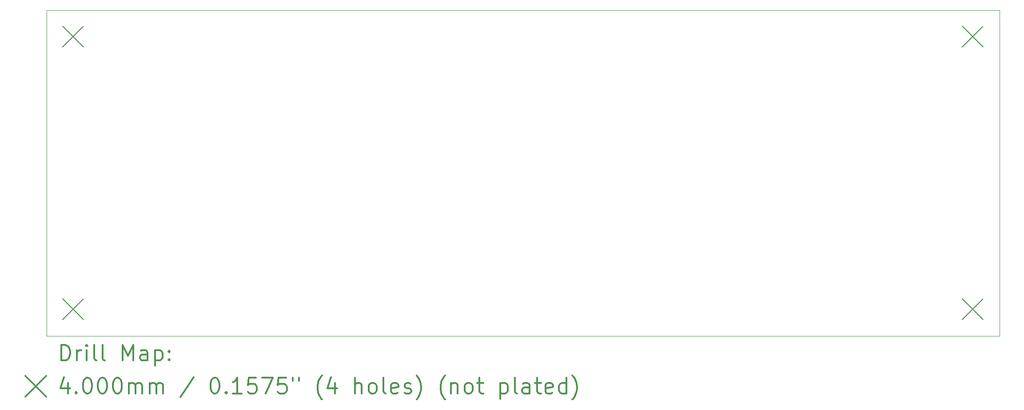
<source format=gbr>
%FSLAX45Y45*%
G04 Gerber Fmt 4.5, Leading zero omitted, Abs format (unit mm)*
G04 Created by KiCad (PCBNEW (5.1.10)-1) date 2023-10-25 13:43:58*
%MOMM*%
%LPD*%
G01*
G04 APERTURE LIST*
%TA.AperFunction,Profile*%
%ADD10C,0.120000*%
%TD*%
%ADD11C,0.200000*%
%ADD12C,0.300000*%
G04 APERTURE END LIST*
D10*
X24447500Y-8064500D02*
X24447500Y-1841500D01*
X6286500Y-1841500D02*
X24447500Y-1841500D01*
X6286500Y-8064500D02*
X6286500Y-1841500D01*
X24447500Y-8064500D02*
X6286500Y-8064500D01*
D11*
X6594500Y-2149500D02*
X6994500Y-2549500D01*
X6994500Y-2149500D02*
X6594500Y-2549500D01*
X6594500Y-7356500D02*
X6994500Y-7756500D01*
X6994500Y-7356500D02*
X6594500Y-7756500D01*
X23739500Y-2149500D02*
X24139500Y-2549500D01*
X24139500Y-2149500D02*
X23739500Y-2549500D01*
X23739500Y-7356500D02*
X24139500Y-7756500D01*
X24139500Y-7356500D02*
X23739500Y-7756500D01*
D12*
X6566928Y-8536214D02*
X6566928Y-8236214D01*
X6638357Y-8236214D01*
X6681214Y-8250500D01*
X6709786Y-8279071D01*
X6724071Y-8307643D01*
X6738357Y-8364786D01*
X6738357Y-8407643D01*
X6724071Y-8464786D01*
X6709786Y-8493357D01*
X6681214Y-8521929D01*
X6638357Y-8536214D01*
X6566928Y-8536214D01*
X6866928Y-8536214D02*
X6866928Y-8336214D01*
X6866928Y-8393357D02*
X6881214Y-8364786D01*
X6895500Y-8350500D01*
X6924071Y-8336214D01*
X6952643Y-8336214D01*
X7052643Y-8536214D02*
X7052643Y-8336214D01*
X7052643Y-8236214D02*
X7038357Y-8250500D01*
X7052643Y-8264786D01*
X7066928Y-8250500D01*
X7052643Y-8236214D01*
X7052643Y-8264786D01*
X7238357Y-8536214D02*
X7209786Y-8521929D01*
X7195500Y-8493357D01*
X7195500Y-8236214D01*
X7395500Y-8536214D02*
X7366928Y-8521929D01*
X7352643Y-8493357D01*
X7352643Y-8236214D01*
X7738357Y-8536214D02*
X7738357Y-8236214D01*
X7838357Y-8450500D01*
X7938357Y-8236214D01*
X7938357Y-8536214D01*
X8209786Y-8536214D02*
X8209786Y-8379071D01*
X8195500Y-8350500D01*
X8166928Y-8336214D01*
X8109786Y-8336214D01*
X8081214Y-8350500D01*
X8209786Y-8521929D02*
X8181214Y-8536214D01*
X8109786Y-8536214D01*
X8081214Y-8521929D01*
X8066928Y-8493357D01*
X8066928Y-8464786D01*
X8081214Y-8436214D01*
X8109786Y-8421929D01*
X8181214Y-8421929D01*
X8209786Y-8407643D01*
X8352643Y-8336214D02*
X8352643Y-8636214D01*
X8352643Y-8350500D02*
X8381214Y-8336214D01*
X8438357Y-8336214D01*
X8466928Y-8350500D01*
X8481214Y-8364786D01*
X8495500Y-8393357D01*
X8495500Y-8479072D01*
X8481214Y-8507643D01*
X8466928Y-8521929D01*
X8438357Y-8536214D01*
X8381214Y-8536214D01*
X8352643Y-8521929D01*
X8624071Y-8507643D02*
X8638357Y-8521929D01*
X8624071Y-8536214D01*
X8609786Y-8521929D01*
X8624071Y-8507643D01*
X8624071Y-8536214D01*
X8624071Y-8350500D02*
X8638357Y-8364786D01*
X8624071Y-8379071D01*
X8609786Y-8364786D01*
X8624071Y-8350500D01*
X8624071Y-8379071D01*
X5880500Y-8830500D02*
X6280500Y-9230500D01*
X6280500Y-8830500D02*
X5880500Y-9230500D01*
X6695500Y-8966214D02*
X6695500Y-9166214D01*
X6624071Y-8851929D02*
X6552643Y-9066214D01*
X6738357Y-9066214D01*
X6852643Y-9137643D02*
X6866928Y-9151929D01*
X6852643Y-9166214D01*
X6838357Y-9151929D01*
X6852643Y-9137643D01*
X6852643Y-9166214D01*
X7052643Y-8866214D02*
X7081214Y-8866214D01*
X7109786Y-8880500D01*
X7124071Y-8894786D01*
X7138357Y-8923357D01*
X7152643Y-8980500D01*
X7152643Y-9051929D01*
X7138357Y-9109072D01*
X7124071Y-9137643D01*
X7109786Y-9151929D01*
X7081214Y-9166214D01*
X7052643Y-9166214D01*
X7024071Y-9151929D01*
X7009786Y-9137643D01*
X6995500Y-9109072D01*
X6981214Y-9051929D01*
X6981214Y-8980500D01*
X6995500Y-8923357D01*
X7009786Y-8894786D01*
X7024071Y-8880500D01*
X7052643Y-8866214D01*
X7338357Y-8866214D02*
X7366928Y-8866214D01*
X7395500Y-8880500D01*
X7409786Y-8894786D01*
X7424071Y-8923357D01*
X7438357Y-8980500D01*
X7438357Y-9051929D01*
X7424071Y-9109072D01*
X7409786Y-9137643D01*
X7395500Y-9151929D01*
X7366928Y-9166214D01*
X7338357Y-9166214D01*
X7309786Y-9151929D01*
X7295500Y-9137643D01*
X7281214Y-9109072D01*
X7266928Y-9051929D01*
X7266928Y-8980500D01*
X7281214Y-8923357D01*
X7295500Y-8894786D01*
X7309786Y-8880500D01*
X7338357Y-8866214D01*
X7624071Y-8866214D02*
X7652643Y-8866214D01*
X7681214Y-8880500D01*
X7695500Y-8894786D01*
X7709786Y-8923357D01*
X7724071Y-8980500D01*
X7724071Y-9051929D01*
X7709786Y-9109072D01*
X7695500Y-9137643D01*
X7681214Y-9151929D01*
X7652643Y-9166214D01*
X7624071Y-9166214D01*
X7595500Y-9151929D01*
X7581214Y-9137643D01*
X7566928Y-9109072D01*
X7552643Y-9051929D01*
X7552643Y-8980500D01*
X7566928Y-8923357D01*
X7581214Y-8894786D01*
X7595500Y-8880500D01*
X7624071Y-8866214D01*
X7852643Y-9166214D02*
X7852643Y-8966214D01*
X7852643Y-8994786D02*
X7866928Y-8980500D01*
X7895500Y-8966214D01*
X7938357Y-8966214D01*
X7966928Y-8980500D01*
X7981214Y-9009072D01*
X7981214Y-9166214D01*
X7981214Y-9009072D02*
X7995500Y-8980500D01*
X8024071Y-8966214D01*
X8066928Y-8966214D01*
X8095500Y-8980500D01*
X8109786Y-9009072D01*
X8109786Y-9166214D01*
X8252643Y-9166214D02*
X8252643Y-8966214D01*
X8252643Y-8994786D02*
X8266928Y-8980500D01*
X8295500Y-8966214D01*
X8338357Y-8966214D01*
X8366928Y-8980500D01*
X8381214Y-9009072D01*
X8381214Y-9166214D01*
X8381214Y-9009072D02*
X8395500Y-8980500D01*
X8424071Y-8966214D01*
X8466928Y-8966214D01*
X8495500Y-8980500D01*
X8509786Y-9009072D01*
X8509786Y-9166214D01*
X9095500Y-8851929D02*
X8838357Y-9237643D01*
X9481214Y-8866214D02*
X9509786Y-8866214D01*
X9538357Y-8880500D01*
X9552643Y-8894786D01*
X9566928Y-8923357D01*
X9581214Y-8980500D01*
X9581214Y-9051929D01*
X9566928Y-9109072D01*
X9552643Y-9137643D01*
X9538357Y-9151929D01*
X9509786Y-9166214D01*
X9481214Y-9166214D01*
X9452643Y-9151929D01*
X9438357Y-9137643D01*
X9424071Y-9109072D01*
X9409786Y-9051929D01*
X9409786Y-8980500D01*
X9424071Y-8923357D01*
X9438357Y-8894786D01*
X9452643Y-8880500D01*
X9481214Y-8866214D01*
X9709786Y-9137643D02*
X9724071Y-9151929D01*
X9709786Y-9166214D01*
X9695500Y-9151929D01*
X9709786Y-9137643D01*
X9709786Y-9166214D01*
X10009786Y-9166214D02*
X9838357Y-9166214D01*
X9924071Y-9166214D02*
X9924071Y-8866214D01*
X9895500Y-8909072D01*
X9866928Y-8937643D01*
X9838357Y-8951929D01*
X10281214Y-8866214D02*
X10138357Y-8866214D01*
X10124071Y-9009072D01*
X10138357Y-8994786D01*
X10166928Y-8980500D01*
X10238357Y-8980500D01*
X10266928Y-8994786D01*
X10281214Y-9009072D01*
X10295500Y-9037643D01*
X10295500Y-9109072D01*
X10281214Y-9137643D01*
X10266928Y-9151929D01*
X10238357Y-9166214D01*
X10166928Y-9166214D01*
X10138357Y-9151929D01*
X10124071Y-9137643D01*
X10395500Y-8866214D02*
X10595500Y-8866214D01*
X10466928Y-9166214D01*
X10852643Y-8866214D02*
X10709786Y-8866214D01*
X10695500Y-9009072D01*
X10709786Y-8994786D01*
X10738357Y-8980500D01*
X10809786Y-8980500D01*
X10838357Y-8994786D01*
X10852643Y-9009072D01*
X10866928Y-9037643D01*
X10866928Y-9109072D01*
X10852643Y-9137643D01*
X10838357Y-9151929D01*
X10809786Y-9166214D01*
X10738357Y-9166214D01*
X10709786Y-9151929D01*
X10695500Y-9137643D01*
X10981214Y-8866214D02*
X10981214Y-8923357D01*
X11095500Y-8866214D02*
X11095500Y-8923357D01*
X11538357Y-9280500D02*
X11524071Y-9266214D01*
X11495500Y-9223357D01*
X11481214Y-9194786D01*
X11466928Y-9151929D01*
X11452643Y-9080500D01*
X11452643Y-9023357D01*
X11466928Y-8951929D01*
X11481214Y-8909072D01*
X11495500Y-8880500D01*
X11524071Y-8837643D01*
X11538357Y-8823357D01*
X11781214Y-8966214D02*
X11781214Y-9166214D01*
X11709786Y-8851929D02*
X11638357Y-9066214D01*
X11824071Y-9066214D01*
X12166928Y-9166214D02*
X12166928Y-8866214D01*
X12295500Y-9166214D02*
X12295500Y-9009072D01*
X12281214Y-8980500D01*
X12252643Y-8966214D01*
X12209786Y-8966214D01*
X12181214Y-8980500D01*
X12166928Y-8994786D01*
X12481214Y-9166214D02*
X12452643Y-9151929D01*
X12438357Y-9137643D01*
X12424071Y-9109072D01*
X12424071Y-9023357D01*
X12438357Y-8994786D01*
X12452643Y-8980500D01*
X12481214Y-8966214D01*
X12524071Y-8966214D01*
X12552643Y-8980500D01*
X12566928Y-8994786D01*
X12581214Y-9023357D01*
X12581214Y-9109072D01*
X12566928Y-9137643D01*
X12552643Y-9151929D01*
X12524071Y-9166214D01*
X12481214Y-9166214D01*
X12752643Y-9166214D02*
X12724071Y-9151929D01*
X12709786Y-9123357D01*
X12709786Y-8866214D01*
X12981214Y-9151929D02*
X12952643Y-9166214D01*
X12895500Y-9166214D01*
X12866928Y-9151929D01*
X12852643Y-9123357D01*
X12852643Y-9009072D01*
X12866928Y-8980500D01*
X12895500Y-8966214D01*
X12952643Y-8966214D01*
X12981214Y-8980500D01*
X12995500Y-9009072D01*
X12995500Y-9037643D01*
X12852643Y-9066214D01*
X13109786Y-9151929D02*
X13138357Y-9166214D01*
X13195500Y-9166214D01*
X13224071Y-9151929D01*
X13238357Y-9123357D01*
X13238357Y-9109072D01*
X13224071Y-9080500D01*
X13195500Y-9066214D01*
X13152643Y-9066214D01*
X13124071Y-9051929D01*
X13109786Y-9023357D01*
X13109786Y-9009072D01*
X13124071Y-8980500D01*
X13152643Y-8966214D01*
X13195500Y-8966214D01*
X13224071Y-8980500D01*
X13338357Y-9280500D02*
X13352643Y-9266214D01*
X13381214Y-9223357D01*
X13395500Y-9194786D01*
X13409786Y-9151929D01*
X13424071Y-9080500D01*
X13424071Y-9023357D01*
X13409786Y-8951929D01*
X13395500Y-8909072D01*
X13381214Y-8880500D01*
X13352643Y-8837643D01*
X13338357Y-8823357D01*
X13881214Y-9280500D02*
X13866928Y-9266214D01*
X13838357Y-9223357D01*
X13824071Y-9194786D01*
X13809786Y-9151929D01*
X13795500Y-9080500D01*
X13795500Y-9023357D01*
X13809786Y-8951929D01*
X13824071Y-8909072D01*
X13838357Y-8880500D01*
X13866928Y-8837643D01*
X13881214Y-8823357D01*
X13995500Y-8966214D02*
X13995500Y-9166214D01*
X13995500Y-8994786D02*
X14009786Y-8980500D01*
X14038357Y-8966214D01*
X14081214Y-8966214D01*
X14109786Y-8980500D01*
X14124071Y-9009072D01*
X14124071Y-9166214D01*
X14309786Y-9166214D02*
X14281214Y-9151929D01*
X14266928Y-9137643D01*
X14252643Y-9109072D01*
X14252643Y-9023357D01*
X14266928Y-8994786D01*
X14281214Y-8980500D01*
X14309786Y-8966214D01*
X14352643Y-8966214D01*
X14381214Y-8980500D01*
X14395500Y-8994786D01*
X14409786Y-9023357D01*
X14409786Y-9109072D01*
X14395500Y-9137643D01*
X14381214Y-9151929D01*
X14352643Y-9166214D01*
X14309786Y-9166214D01*
X14495500Y-8966214D02*
X14609786Y-8966214D01*
X14538357Y-8866214D02*
X14538357Y-9123357D01*
X14552643Y-9151929D01*
X14581214Y-9166214D01*
X14609786Y-9166214D01*
X14938357Y-8966214D02*
X14938357Y-9266214D01*
X14938357Y-8980500D02*
X14966928Y-8966214D01*
X15024071Y-8966214D01*
X15052643Y-8980500D01*
X15066928Y-8994786D01*
X15081214Y-9023357D01*
X15081214Y-9109072D01*
X15066928Y-9137643D01*
X15052643Y-9151929D01*
X15024071Y-9166214D01*
X14966928Y-9166214D01*
X14938357Y-9151929D01*
X15252643Y-9166214D02*
X15224071Y-9151929D01*
X15209786Y-9123357D01*
X15209786Y-8866214D01*
X15495500Y-9166214D02*
X15495500Y-9009072D01*
X15481214Y-8980500D01*
X15452643Y-8966214D01*
X15395500Y-8966214D01*
X15366928Y-8980500D01*
X15495500Y-9151929D02*
X15466928Y-9166214D01*
X15395500Y-9166214D01*
X15366928Y-9151929D01*
X15352643Y-9123357D01*
X15352643Y-9094786D01*
X15366928Y-9066214D01*
X15395500Y-9051929D01*
X15466928Y-9051929D01*
X15495500Y-9037643D01*
X15595500Y-8966214D02*
X15709786Y-8966214D01*
X15638357Y-8866214D02*
X15638357Y-9123357D01*
X15652643Y-9151929D01*
X15681214Y-9166214D01*
X15709786Y-9166214D01*
X15924071Y-9151929D02*
X15895500Y-9166214D01*
X15838357Y-9166214D01*
X15809786Y-9151929D01*
X15795500Y-9123357D01*
X15795500Y-9009072D01*
X15809786Y-8980500D01*
X15838357Y-8966214D01*
X15895500Y-8966214D01*
X15924071Y-8980500D01*
X15938357Y-9009072D01*
X15938357Y-9037643D01*
X15795500Y-9066214D01*
X16195500Y-9166214D02*
X16195500Y-8866214D01*
X16195500Y-9151929D02*
X16166928Y-9166214D01*
X16109786Y-9166214D01*
X16081214Y-9151929D01*
X16066928Y-9137643D01*
X16052643Y-9109072D01*
X16052643Y-9023357D01*
X16066928Y-8994786D01*
X16081214Y-8980500D01*
X16109786Y-8966214D01*
X16166928Y-8966214D01*
X16195500Y-8980500D01*
X16309786Y-9280500D02*
X16324071Y-9266214D01*
X16352643Y-9223357D01*
X16366928Y-9194786D01*
X16381214Y-9151929D01*
X16395500Y-9080500D01*
X16395500Y-9023357D01*
X16381214Y-8951929D01*
X16366928Y-8909072D01*
X16352643Y-8880500D01*
X16324071Y-8837643D01*
X16309786Y-8823357D01*
M02*

</source>
